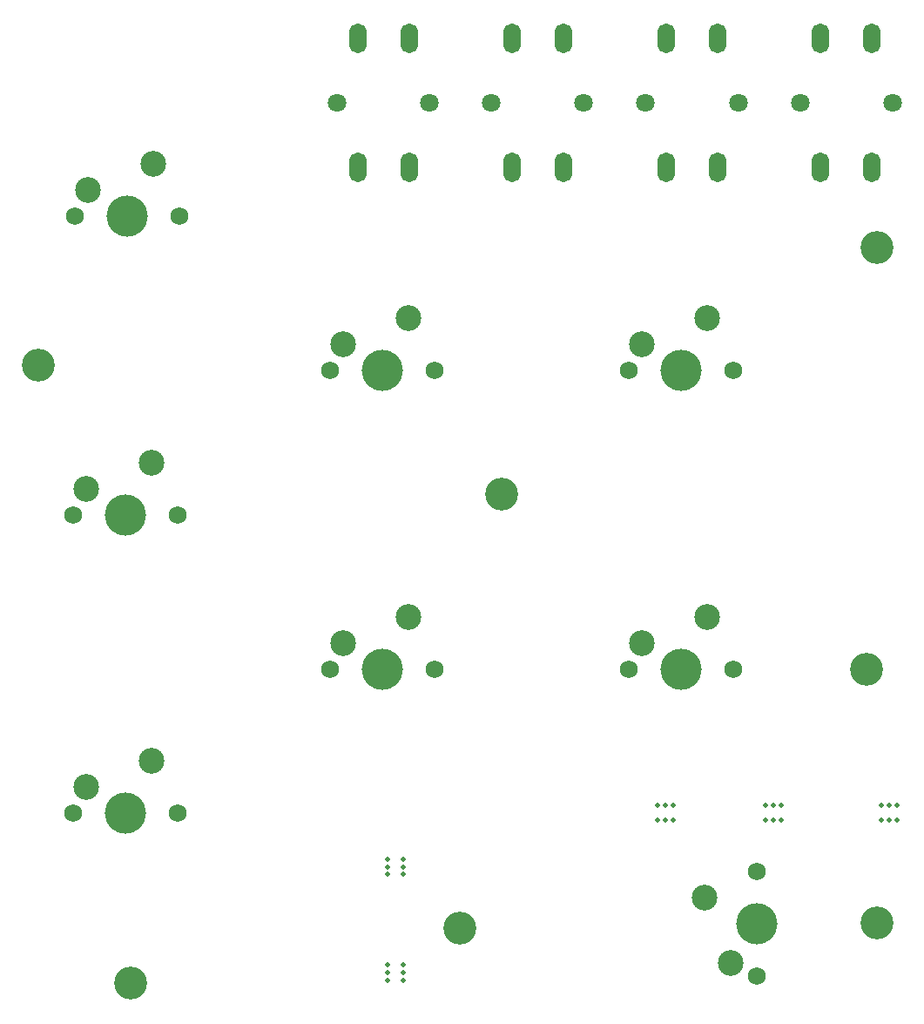
<source format=gbr>
%TF.GenerationSoftware,KiCad,Pcbnew,8.0.4*%
%TF.CreationDate,2024-07-24T01:17:18-07:00*%
%TF.ProjectId,panel_2,70616e65-6c5f-4322-9e6b-696361645f70,rev?*%
%TF.SameCoordinates,Original*%
%TF.FileFunction,Soldermask,Bot*%
%TF.FilePolarity,Negative*%
%FSLAX46Y46*%
G04 Gerber Fmt 4.6, Leading zero omitted, Abs format (unit mm)*
G04 Created by KiCad (PCBNEW 8.0.4) date 2024-07-24 01:17:18*
%MOMM*%
%LPD*%
G01*
G04 APERTURE LIST*
%ADD10C,0.500000*%
%ADD11C,2.500000*%
%ADD12C,1.750000*%
%ADD13C,4.000000*%
%ADD14C,3.200000*%
%ADD15O,1.700000X2.900000*%
%ADD16C,1.800000*%
G04 APERTURE END LIST*
D10*
%TO.C,mouse-bite-2mm-slot*%
X179750000Y-117000000D03*
X179750000Y-118500000D03*
X180500000Y-117000000D03*
X180500000Y-118500000D03*
X181250000Y-117000000D03*
X181250000Y-118500000D03*
%TD*%
D11*
%TO.C,SW2_LK1*%
X120023943Y-112720000D03*
X113673943Y-115260000D03*
D12*
X122563943Y-117800000D03*
D13*
X117483943Y-117800000D03*
D12*
X112403943Y-117800000D03*
%TD*%
D10*
%TO.C,mouse-bite-2mm-slot*%
X169250000Y-117000000D03*
X169250000Y-118500000D03*
X170000000Y-117000000D03*
X170000000Y-118500000D03*
X170750000Y-117000000D03*
X170750000Y-118500000D03*
%TD*%
D14*
%TO.C,H7*%
X150050000Y-128940000D03*
%TD*%
%TO.C,H8*%
X118050000Y-134300000D03*
%TD*%
D11*
%TO.C,SW3_MK1*%
X145023943Y-98720000D03*
X138673943Y-101260000D03*
D12*
X147563943Y-103800000D03*
D13*
X142483943Y-103800000D03*
D12*
X137403943Y-103800000D03*
%TD*%
D14*
%TO.C,H12*%
X109050000Y-74300000D03*
%TD*%
%TO.C,H9*%
X154050000Y-86800000D03*
%TD*%
D15*
%TO.C,SW14_PS1*%
X175080000Y-42550000D03*
X175080000Y-55050000D03*
X170080000Y-42550000D03*
X170080000Y-55050000D03*
D16*
X177080000Y-48800000D03*
X168080000Y-48800000D03*
%TD*%
D10*
%TO.C,mouse-bite-2mm-slot*%
X143000000Y-123750000D03*
X144500000Y-123750000D03*
X143000000Y-123000000D03*
X144500000Y-123000000D03*
X143000000Y-122250000D03*
X144500000Y-122250000D03*
%TD*%
D11*
%TO.C,SW4_LP1*%
X120023943Y-83720000D03*
X113673943Y-86260000D03*
D12*
X122563943Y-88800000D03*
D13*
X117483943Y-88800000D03*
D12*
X112403943Y-88800000D03*
%TD*%
D15*
%TO.C,SW11_START1*%
X145080000Y-42550000D03*
X145080000Y-55050000D03*
X140080000Y-42550000D03*
X140080000Y-55050000D03*
D16*
X147080000Y-48800000D03*
X138080000Y-48800000D03*
%TD*%
D11*
%TO.C,SW9_HK1*%
X174023943Y-98720000D03*
X167673943Y-101260000D03*
D12*
X176563943Y-103800000D03*
D13*
X171483943Y-103800000D03*
D12*
X166403943Y-103800000D03*
%TD*%
D14*
%TO.C,H10*%
X190550000Y-62800000D03*
%TD*%
D11*
%TO.C,SW5_MP1*%
X145023943Y-69720000D03*
X138673943Y-72260000D03*
D12*
X147563943Y-74800000D03*
D13*
X142483943Y-74800000D03*
D12*
X137403943Y-74800000D03*
%TD*%
D14*
%TO.C,H6*%
X190550000Y-128440000D03*
%TD*%
D11*
%TO.C,SW7_HP1*%
X174023943Y-69720000D03*
X167673943Y-72260000D03*
D12*
X176563943Y-74800000D03*
D13*
X171483943Y-74800000D03*
D12*
X166403943Y-74800000D03*
%TD*%
D14*
%TO.C,H11*%
X189550000Y-103800000D03*
%TD*%
D10*
%TO.C,mouse-bite-2mm-slot*%
X143000000Y-134000000D03*
X144500000Y-134000000D03*
X143000000Y-133250000D03*
X144500000Y-133250000D03*
X143000000Y-132500000D03*
X144500000Y-132500000D03*
%TD*%
D15*
%TO.C,SW15_TOUCHPAD1*%
X190080000Y-42550000D03*
X190080000Y-55050000D03*
X185080000Y-42550000D03*
X185080000Y-55050000D03*
D16*
X192080000Y-48800000D03*
X183080000Y-48800000D03*
%TD*%
D11*
%TO.C,SW12_THROW1*%
X173824124Y-125984094D03*
X176364124Y-132334094D03*
D12*
X178904124Y-123444094D03*
D13*
X178904124Y-128524094D03*
D12*
X178904124Y-133604094D03*
%TD*%
D11*
%TO.C,SW6_DI1*%
X120204257Y-54720561D03*
X113854257Y-57260561D03*
D12*
X122744257Y-59800561D03*
D13*
X117664257Y-59800561D03*
D12*
X112584257Y-59800561D03*
%TD*%
D15*
%TO.C,SW10_SHARE1*%
X160080000Y-42550000D03*
X160080000Y-55050000D03*
X155080000Y-42550000D03*
X155080000Y-55050000D03*
D16*
X162080000Y-48800000D03*
X153080000Y-48800000D03*
%TD*%
D10*
%TO.C,mouse-bite-2mm-slot*%
X191000000Y-117000000D03*
X191000000Y-118500000D03*
X191750000Y-117000000D03*
X191750000Y-118500000D03*
X192500000Y-117000000D03*
X192500000Y-118500000D03*
%TD*%
M02*

</source>
